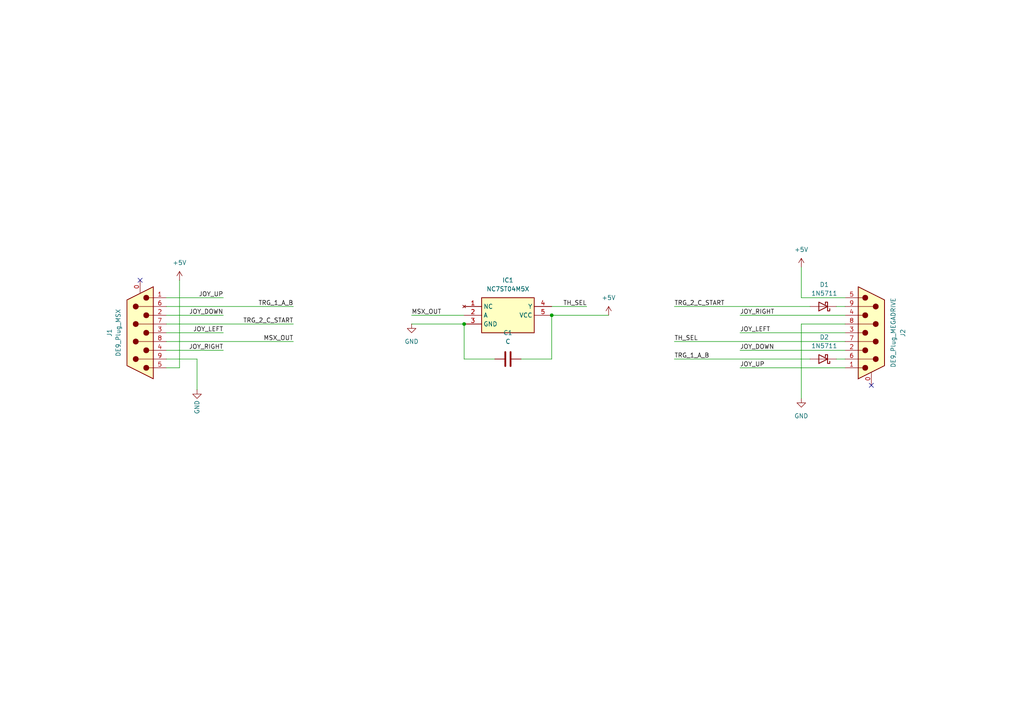
<source format=kicad_sch>
(kicad_sch (version 20231120) (generator "eeschema") (generator_version "8.0")
  (paper "A4")
  (lib_symbols
    (symbol "Connector:DE9_Plug_MountingHoles" (pin_names (offset 1.016) hide)
      (property "Reference" "J" (at 0 16.51 0))
      (property "Value" "DE9_Plug_MountingHoles" (at 0 14.605 0))
      (symbol "DE9_Plug_MountingHoles_0_1"
        (circle (center -1.778 -10.16) (radius 0.762) (fill (type outline)))
        (circle (center -1.778 -5.08) (radius 0.762) (fill (type outline)))
        (circle (center -1.778 0) (radius 0.762) (fill (type outline)))
        (circle (center -1.778 5.08) (radius 0.762) (fill (type outline)))
        (circle (center -1.778 10.16) (radius 0.762) (fill (type outline)))
        (polyline (pts (xy -3.81 -10.16) (xy -2.54 -10.16)))
        (polyline (pts (xy -3.81 -7.62) (xy 0.508 -7.62)))
        (polyline (pts (xy -3.81 -5.08) (xy -2.54 -5.08)))
        (polyline (pts (xy -3.81 -2.54) (xy 0.508 -2.54)))
        (polyline (pts (xy -3.81 0) (xy -2.54 0)))
        (polyline (pts (xy -3.81 2.54) (xy 0.508 2.54)))
        (polyline (pts (xy -3.81 5.08) (xy -2.54 5.08)))
        (polyline (pts (xy -3.81 7.62) (xy 0.508 7.62)))
        (polyline (pts (xy -3.81 10.16) (xy -2.54 10.16)))
        (polyline (pts (xy -3.81 -13.335) (xy -3.81 13.335) (xy 3.81 9.525) (xy 3.81 -9.525) (xy -3.81 -13.335)) (stroke (width 0.254)) (fill (type background)))
        (circle (center 1.27 -7.62) (radius 0.762) (fill (type outline)))
        (circle (center 1.27 -2.54) (radius 0.762) (fill (type outline)))
        (circle (center 1.27 2.54) (radius 0.762) (fill (type outline)))
        (circle (center 1.27 7.62) (radius 0.762) (fill (type outline)))
      )
      (symbol "DE9_Plug_MountingHoles_1_1"
        (pin passive line (at 0 -15.24 90) (length 3.81) (name "PAD") (number "0"))
        (pin passive line (at -7.62 -10.16 0) (length 3.81) (name "1") (number "1"))
        (pin passive line (at -7.62 -5.08 0) (length 3.81) (name "2") (number "2"))
        (pin passive line (at -7.62 0 0) (length 3.81) (name "3") (number "3"))
        (pin passive line (at -7.62 5.08 0) (length 3.81) (name "4") (number "4"))
        (pin passive line (at -7.62 10.16 0) (length 3.81) (name "5") (number "5"))
        (pin passive line (at -7.62 -7.62 0) (length 3.81) (name "6") (number "6"))
        (pin passive line (at -7.62 -2.54 0) (length 3.81) (name "7") (number "7"))
        (pin passive line (at -7.62 2.54 0) (length 3.81) (name "8") (number "8"))
        (pin passive line (at -7.62 7.62 0) (length 3.81) (name "9") (number "9"))
      )
    )
    (symbol "Device:C" (pin_numbers hide) (pin_names (offset 0.254))
      (property "Reference" "C" (at 0.635 2.54 0))
      (property "Value" "C" (at 0.635 -2.54 0))
      (symbol "C_0_1"
        (polyline (pts (xy -2.032 -0.762) (xy 2.032 -0.762)) (stroke (width 0.508)))
        (polyline (pts (xy -2.032 0.762) (xy 2.032 0.762)) (stroke (width 0.508)))
      )
      (symbol "C_1_1"
        (pin passive line (at 0 3.81 270) (length 2.794) (name "~") (number "1"))
        (pin passive line (at 0 -3.81 90) (length 2.794) (name "~") (number "2"))
      )
    )
    (symbol "Diode:1N5711" (pin_numbers hide) (pin_names (offset 1.016) hide)
      (property "Reference" "D" (at 0 2.54 0))
      (property "Value" "1N5711" (at 0 -2.54 0))
      (symbol "1N5711_0_1"
        (polyline (pts (xy 1.27 0) (xy -1.27 0)))
        (polyline (pts (xy 1.27 1.27) (xy 1.27 -1.27) (xy -1.27 0) (xy 1.27 1.27)) (stroke (width 0.254)))
        (polyline (pts (xy -1.905 0.635) (xy -1.905 1.27) (xy -1.27 1.27) (xy -1.27 -1.27) (xy -0.635 -1.27) (xy -0.635 -0.635)) (stroke (width 0.254)))
      )
      (symbol "1N5711_1_1"
        (pin passive line (at -3.81 0 0) (length 2.54) (name "K") (number "1"))
        (pin passive line (at 3.81 0 180) (length 2.54) (name "A") (number "2"))
      )
    )
    (symbol "NC7ST04M5X:NC7ST04M5X"
      (property "Reference" "IC" (at 21.59 7.62 0))
      (property "Value" "NC7ST04M5X" (at 21.59 5.08 0))
      (symbol "NC7ST04M5X_1_1"
        (rectangle (start 5.08 2.54) (end 20.32 -7.62) (stroke (width 0.254)) (fill (type background)))
        (pin no_connect line (at 0 0 0) (length 5.08) (name "NC") (number "1"))
        (pin passive line (at 0 -2.54 0) (length 5.08) (name "A") (number "2"))
        (pin passive line (at 0 -5.08 0) (length 5.08) (name "GND") (number "3"))
        (pin passive line (at 25.4 0 180) (length 5.08) (name "Y") (number "4"))
        (pin passive line (at 25.4 -2.54 180) (length 5.08) (name "VCC") (number "5"))
      )
    )
    (symbol "power:+5V" (power) (pin_numbers hide) (pin_names (offset 0) hide)
      (property "Value" "+5V" (at 0 3.556 0))
      (symbol "+5V_0_1"
        (polyline (pts (xy -0.762 1.27) (xy 0 2.54)))
        (polyline (pts (xy 0 0) (xy 0 2.54)))
        (polyline (pts (xy 0 2.54) (xy 0.762 1.27)))
      )
      (symbol "+5V_1_1"
        (pin power_in line (at 0 0 90) (length 0) (name "~") (number "1"))
      )
    )
    (symbol "power:GND" (power) (pin_numbers hide) (pin_names (offset 0) hide)
      (property "Value" "GND" (at 0 -3.81 0))
      (symbol "GND_0_1"
        (polyline (pts (xy 0 0) (xy 0 -1.27) (xy 1.27 -1.27) (xy 0 -2.54) (xy -1.27 -1.27) (xy 0 -1.27)))
      )
      (symbol "GND_1_1"
        (pin power_in line (at 0 0 270) (length 0) (name "~") (number "1"))
      )
    )
  )
  (junction (at 134.62 93.98))
  (junction (at 160.02 91.44))
  (no_connect (at 252.73 111.76))
  (no_connect (at 40.64 81.28))
  (wire (pts (xy 214.63 91.44) (xy 245.11 91.44)))
  (wire (pts (xy 48.26 96.52) (xy 64.77 96.52)))
  (wire (pts (xy 48.26 99.06) (xy 85.09 99.06)))
  (wire (pts (xy 134.62 93.98) (xy 134.62 104.14)))
  (wire (pts (xy 195.58 99.06) (xy 245.11 99.06)))
  (wire (pts (xy 242.57 88.9) (xy 245.11 88.9)))
  (wire (pts (xy 48.26 93.98) (xy 85.09 93.98)))
  (wire (pts (xy 119.38 93.98) (xy 134.62 93.98)))
  (wire (pts (xy 52.07 106.68) (xy 52.07 81.28)))
  (wire (pts (xy 48.26 86.36) (xy 64.77 86.36)))
  (wire (pts (xy 57.15 104.14) (xy 57.15 113.03)))
  (wire (pts (xy 48.26 104.14) (xy 57.15 104.14)))
  (wire (pts (xy 119.38 91.44) (xy 134.62 91.44)))
  (wire (pts (xy 160.02 91.44) (xy 176.53 91.44)))
  (wire (pts (xy 134.62 104.14) (xy 143.51 104.14)))
  (wire (pts (xy 232.41 86.36) (xy 245.11 86.36)))
  (wire (pts (xy 214.63 106.68) (xy 245.11 106.68)))
  (wire (pts (xy 242.57 104.14) (xy 245.11 104.14)))
  (wire (pts (xy 195.58 88.9) (xy 234.95 88.9)))
  (wire (pts (xy 232.41 93.98) (xy 245.11 93.98)))
  (wire (pts (xy 160.02 91.44) (xy 160.02 104.14)))
  (wire (pts (xy 232.41 115.57) (xy 232.41 93.98)))
  (wire (pts (xy 48.26 88.9) (xy 85.09 88.9)))
  (wire (pts (xy 232.41 77.47) (xy 232.41 86.36)))
  (wire (pts (xy 48.26 101.6) (xy 64.77 101.6)))
  (wire (pts (xy 195.58 104.14) (xy 234.95 104.14)))
  (wire (pts (xy 160.02 88.9) (xy 170.18 88.9)))
  (wire (pts (xy 214.63 101.6) (xy 245.11 101.6)))
  (wire (pts (xy 48.26 106.68) (xy 52.07 106.68)))
  (wire (pts (xy 160.02 104.14) (xy 151.13 104.14)))
  (wire (pts (xy 214.63 96.52) (xy 245.11 96.52)))
  (wire (pts (xy 48.26 91.44) (xy 64.77 91.44)))
  (label "JOY_UP" (at 64.77 86.36 180))
  (label "JOY_LEFT" (at 64.77 96.52 180))
  (label "JOY_RIGHT" (at 214.63 91.44 0))
  (label "TRG_1_A_B" (at 85.09 88.9 180))
  (label "TRG_2_C_START" (at 195.58 88.9 0))
  (label "JOY_LEFT" (at 214.63 96.52 0))
  (label "MSX_OUT" (at 85.09 99.06 180))
  (label "TRG_2_C_START" (at 85.09 93.98 180))
  (label "JOY_DOWN" (at 214.63 101.6 0))
  (label "TH_SEL" (at 195.58 99.06 0))
  (label "TH_SEL" (at 170.18 88.9 180))
  (label "TRG_1_A_B" (at 195.58 104.14 0))
  (label "JOY_UP" (at 214.63 106.68 0))
  (label "MSX_OUT" (at 119.38 91.44 0))
  (label "JOY_RIGHT" (at 64.77 101.6 180))
  (label "JOY_DOWN" (at 64.77 91.44 180))
  (symbol (lib_id "power:+5V") (at 52.07 81.28 0) (unit 1)
    (property "Reference" "#PWR01" (effects (hide yes)))
    (property "Value" "+5V" (at 52.07 76.2 0))
    (property "Description" "Power symbol creates a global label with name \"+5V\"" (effects (hide yes)))
  )
  (symbol (lib_id "Connector:DE9_Plug_MountingHoles") (at 252.73 96.52 0) (unit 1)
    (property "Reference" "J2" (at 261.874 97.79 90) (effects (justify left)))
    (property "Value" "DE9_Plug_MEGADRIVE" (at 259.08 106.68 90) (effects (justify left)))
    (property "Footprint" "Connector_Dsub:DSUB-9_Male_Horizontal_P2.77x2.84mm_EdgePinOffset4.94mm_Housed_MountingHolesOffset7.48mm" (effects (hide yes)))
    (property "Datasheet" " ~" (effects (hide yes)))
    (property "Description" "9-pin male plug pin D-SUB connector, Mounting Hole" (effects (hide yes)))
  )
  (symbol (lib_id "Device:C") (at 147.32 104.14 270) (unit 1)
    (property "Reference" "C1" (at 147.32 96.52 90))
    (property "Value" "C" (at 147.32 99.06 90))
    (property "Footprint" "Capacitor_THT:C_Disc_D7.5mm_W2.5mm_P5.00mm" (effects (hide yes)))
    (property "Description" "Unpolarized capacitor" (effects (hide yes)))
  )
  (symbol (lib_id "power:+5V") (at 176.53 91.44 0) (unit 1)
    (property "Reference" "#PWR06" (effects (hide yes)))
    (property "Value" "+5V" (at 176.53 86.36 0))
    (property "Description" "Power symbol creates a global label with name \"+5V\"" (effects (hide yes)))
  )
  (symbol (lib_id "Diode:1N5711") (at 238.76 104.14 180) (unit 1)
    (property "Reference" "D2" (at 239.0775 97.79 0))
    (property "Value" "1N5711" (at 239.0775 100.33 0))
    (property "Footprint" "Diode_THT:D_DO-35_SOD27_P7.62mm_Horizontal" (effects (hide yes)))
    (property "Datasheet" "https://www.microsemi.com/document-portal/doc_download/8865-lds-0040-datasheet" (effects (hide yes)))
    (property "Description" "70V 33mA Schottky diode, DO-35" (effects (hide yes)))
  )
  (symbol (lib_id "power:GND") (at 119.38 93.98 0) (unit 1)
    (property "Reference" "#PWR05" (effects (hide yes)))
    (property "Value" "GND" (at 119.38 99.06 0))
    (property "Description" "Power symbol creates a global label with name \"GND\" , ground" (effects (hide yes)))
  )
  (symbol (lib_id "NC7ST04M5X:NC7ST04M5X") (at 134.62 88.9 0) (unit 1)
    (property "Reference" "IC1" (at 147.32 81.28 0))
    (property "Value" "NC7ST04M5X" (at 147.32 83.82 0))
    (property "Footprint" "Package_TO_SOT_SMD:SOT-23-5_HandSoldering" (effects (hide yes)))
    (property "Datasheet" "https://www.onsemi.com/pdf/datasheet/nc7st04-d.pdf" (effects (hide yes)))
    (property "Description" "TinyLogic HST Inverter" (effects (hide yes)))
    (property "Height" "1.1" (effects (hide yes)))
    (property "Manufacturer_Name" "onsemi" (effects (hide yes)))
    (property "Manufacturer_Part_Number" "NC7ST04M5X" (effects (hide yes)))
  )
  (symbol (lib_id "power:+5V") (at 232.41 77.47 0) (unit 1)
    (property "Reference" "#PWR02" (effects (hide yes)))
    (property "Value" "+5V" (at 232.41 72.39 0))
    (property "Description" "Power symbol creates a global label with name \"+5V\"" (effects (hide yes)))
  )
  (symbol (lib_id "Diode:1N5711") (at 238.76 88.9 180) (unit 1)
    (property "Reference" "D1" (at 239.0775 82.55 0))
    (property "Value" "1N5711" (at 239.0775 85.09 0))
    (property "Footprint" "Diode_THT:D_DO-35_SOD27_P7.62mm_Horizontal" (effects (hide yes)))
    (property "Datasheet" "https://www.microsemi.com/document-portal/doc_download/8865-lds-0040-datasheet" (effects (hide yes)))
    (property "Description" "70V 33mA Schottky diode, DO-35" (effects (hide yes)))
  )
  (symbol (lib_id "power:GND") (at 57.15 113.03 0) (unit 1)
    (property "Reference" "#PWR03" (effects (hide yes)))
    (property "Value" "GND" (at 57.15 118.11 90))
    (property "Description" "Power symbol creates a global label with name \"GND\" , ground" (effects (hide yes)))
  )
  (symbol (lib_id "Connector:DE9_Plug_MountingHoles") (at 40.64 96.52 180) (unit 1)
    (property "Reference" "J1" (at 31.75 96.52 90))
    (property "Value" "DE9_Plug_MSX" (at 34.29 96.52 90))
    (property "Footprint" "Connector_Dsub:DSUB-9_Female_EdgeMount_P2.77mm" (effects (hide yes)))
    (property "Datasheet" " ~" (effects (hide yes)))
    (property "Description" "9-pin male plug pin D-SUB connector, Mounting Hole" (effects (hide yes)))
  )
  (symbol (lib_id "power:GND") (at 232.41 115.57 0) (unit 1)
    (property "Reference" "#PWR04" (effects (hide yes)))
    (property "Value" "GND" (at 232.41 120.65 0))
    (property "Description" "Power symbol creates a global label with name \"GND\" , ground" (effects (hide yes)))
  )
)
</source>
